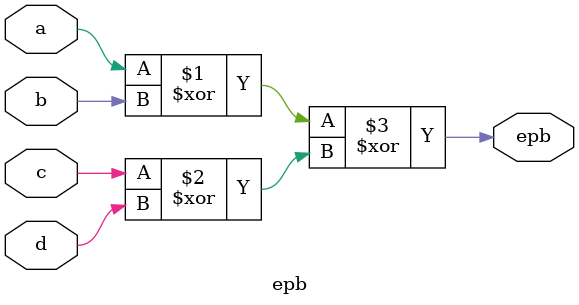
<source format=v>
`timescale 1ns / 1ps

module epb(
    input a,
    input b,
    input c,
    input d,
    output epb
    );

assign epb = (a^b)^(c^d);

endmodule
</source>
